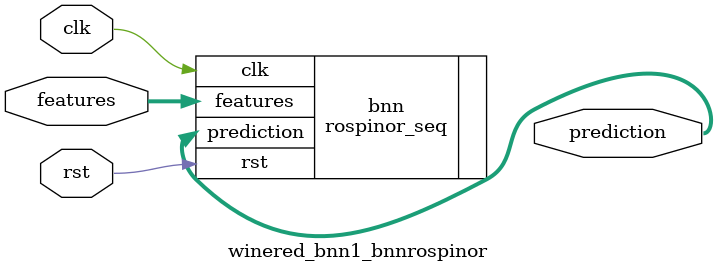
<source format=v>













module winered_bnn1_bnnrospinor #(

parameter FEAT_CNT = 11,
parameter HIDDEN_CNT = 40,
parameter FEAT_BITS = 4,
parameter CLASS_CNT = 6,
parameter TEST_CNT = 1000


  ) (
  input clk,
  input rst,
  input [FEAT_CNT*FEAT_BITS-1:0] features,
  output [$clog2(CLASS_CNT)-1:0] prediction
  );

  localparam Weights0 = 440'b11101100111111100100101100110010011011110110111111101101011011000101100010011000011100010100101010010000111110001110100110011010100011010100001101110011000000011110001100111000111000000010110101110111101111111000101110110001010110011111100000101010011100101001111011101110111001010100110111000110111111000101110111100001000000011011111010111001101100001010010111011100011001101010110110010000011110100000101000110010000011100000000110011000 ;
  localparam Weights1 = 240'b101011110101010111101111010101000101111001101110110011111110010011110100100011101000101011111101111001010101001011000101101011100011011000100010000100100000001111000110100000011011100000011101001111010010001011110000001101110000010000111001 ;

  rospinor_seq #(.FEAT_CNT(FEAT_CNT),.FEAT_BITS(FEAT_BITS),.HIDDEN_CNT(HIDDEN_CNT),.CLASS_CNT(CLASS_CNT),.Weights0(Weights0),.Weights1(Weights1)) bnn (
    .clk(clk),
    .rst(rst),
    .features(features),
    .prediction(prediction)
  );

endmodule

</source>
